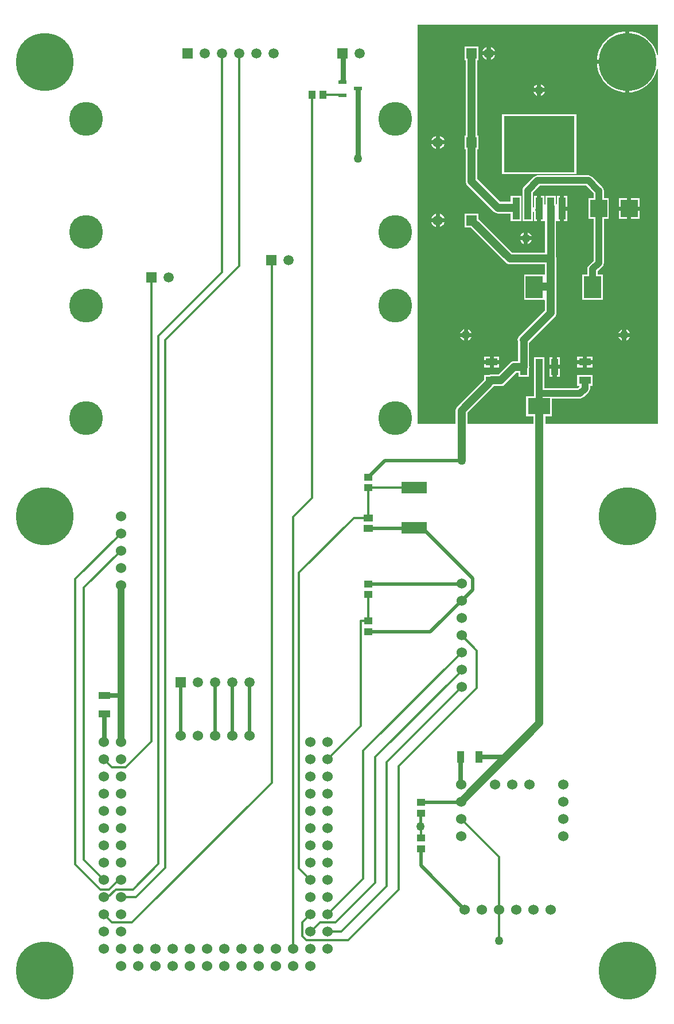
<source format=gtl>
G04*
G04 #@! TF.GenerationSoftware,Altium Limited,Altium Designer,18.1.7 (191)*
G04*
G04 Layer_Physical_Order=1*
G04 Layer_Color=255*
%FSLAX25Y25*%
%MOIN*%
G70*
G01*
G75*
%ADD14R,0.09843X0.12598*%
%ADD15R,0.04331X0.06693*%
%ADD16R,0.06693X0.04331*%
%ADD17R,0.03937X0.05118*%
%ADD18R,0.04528X0.02362*%
%ADD19R,0.12992X0.09449*%
%ADD20R,0.03937X0.09449*%
%ADD21R,0.09843X0.09843*%
%ADD22R,0.05118X0.03937*%
%ADD23R,0.14567X0.06693*%
%ADD24R,0.05512X0.04331*%
%ADD25R,0.04134X0.12598*%
%ADD26R,0.41142X0.32677*%
%ADD46C,0.03937*%
%ADD47C,0.04724*%
%ADD48C,0.01968*%
%ADD49C,0.02756*%
%ADD50C,0.03543*%
%ADD51C,0.01181*%
%ADD52C,0.03150*%
%ADD53C,0.04331*%
%ADD54C,0.33465*%
%ADD55C,0.19685*%
%ADD56R,0.05906X0.05906*%
%ADD57C,0.05906*%
%ADD58C,0.06000*%
%ADD59C,0.05000*%
G36*
X383858Y563089D02*
X383358Y563040D01*
X383236Y563654D01*
X382489Y565856D01*
X381461Y567940D01*
X380169Y569873D01*
X378637Y571621D01*
X376889Y573153D01*
X374956Y574445D01*
X372872Y575473D01*
X370671Y576220D01*
X368391Y576673D01*
X367252Y576748D01*
Y559055D01*
Y541362D01*
X368391Y541437D01*
X370671Y541890D01*
X372872Y542637D01*
X374956Y543666D01*
X376889Y544957D01*
X378637Y546490D01*
X380169Y548237D01*
X381461Y550170D01*
X382489Y552255D01*
X383236Y554456D01*
X383358Y555070D01*
X383858Y555021D01*
Y348917D01*
X318352D01*
Y353429D01*
X322260D01*
Y363712D01*
X338645D01*
X339420Y363814D01*
X340142Y364113D01*
X340762Y364589D01*
X343456Y367283D01*
X343932Y367903D01*
X344231Y368625D01*
X344333Y369400D01*
Y371055D01*
X345685D01*
Y377386D01*
X336992D01*
Y371055D01*
X338139D01*
X338260Y370555D01*
X337405Y369700D01*
X317818D01*
Y381988D01*
X317733Y382636D01*
Y387713D01*
X311795D01*
Y376264D01*
X311829D01*
Y364878D01*
X307268D01*
Y353429D01*
X311569D01*
Y348917D01*
X273076D01*
Y355296D01*
X288610Y370829D01*
X292524D01*
X293401Y370945D01*
X293740Y371085D01*
X294219Y371284D01*
X294922Y371823D01*
X301696Y378597D01*
X302740D01*
Y376264D01*
X308677D01*
Y380369D01*
X308984Y381111D01*
X309100Y381988D01*
X308984Y382866D01*
X308902Y383066D01*
Y396088D01*
X323855Y411041D01*
X323855Y411042D01*
X324394Y411744D01*
X324732Y412562D01*
X324790Y413001D01*
X324848Y413440D01*
X324848Y413440D01*
Y444882D01*
X324732Y445760D01*
X324650Y445960D01*
Y466458D01*
X325083Y466618D01*
X325149Y466618D01*
X326969D01*
Y473917D01*
Y481217D01*
X325083D01*
Y476478D01*
X324583Y476308D01*
X324524Y476385D01*
Y481217D01*
X318390D01*
Y476387D01*
X318331Y476310D01*
X317831Y476481D01*
Y481217D01*
X315945D01*
Y473917D01*
Y466618D01*
X317764D01*
X317831Y466618D01*
X318264Y466457D01*
Y448273D01*
X299141D01*
X279543Y467871D01*
Y470981D01*
X271638D01*
Y463075D01*
X274747D01*
X295339Y442484D01*
X296041Y441945D01*
X296859Y441606D01*
X297736Y441491D01*
X318066D01*
Y436048D01*
X317913Y435611D01*
X306071D01*
Y421013D01*
X317913D01*
X318066Y420576D01*
Y414844D01*
X303311Y400089D01*
X302772Y399387D01*
X302433Y398569D01*
X302318Y397691D01*
X302433Y396814D01*
X302516Y396613D01*
Y385380D01*
X300291D01*
X299414Y385264D01*
X298596Y384925D01*
X297894Y384386D01*
X291119Y377612D01*
X287205D01*
X286327Y377496D01*
X286061Y377386D01*
X282858D01*
Y374670D01*
X267287Y359099D01*
X266748Y358396D01*
X266550Y357917D01*
X266409Y357578D01*
X266294Y356701D01*
Y348917D01*
X244094D01*
Y580709D01*
X383858D01*
Y563089D01*
D02*
G37*
%LPC*%
G36*
X286693Y567766D02*
Y565158D01*
X289301D01*
X288965Y565970D01*
X288331Y566796D01*
X287506Y567429D01*
X286693Y567766D01*
D02*
G37*
G36*
X284331D02*
X283519Y567429D01*
X282693Y566796D01*
X282059Y565970D01*
X281723Y565158D01*
X284331D01*
Y567766D01*
D02*
G37*
G36*
X364890Y576748D02*
X363752Y576673D01*
X361472Y576220D01*
X359271Y575473D01*
X357186Y574445D01*
X355253Y573153D01*
X353506Y571621D01*
X351973Y569873D01*
X350682Y567940D01*
X349654Y565856D01*
X348906Y563654D01*
X348453Y561375D01*
X348378Y560236D01*
X364890D01*
Y576748D01*
D02*
G37*
G36*
X289301Y562795D02*
X286693D01*
Y560187D01*
X287506Y560524D01*
X288331Y561157D01*
X288965Y561983D01*
X289301Y562795D01*
D02*
G37*
G36*
X284331D02*
X281723D01*
X282059Y561983D01*
X282693Y561157D01*
X283519Y560524D01*
X284331Y560187D01*
Y562795D01*
D02*
G37*
G36*
X315945Y545937D02*
Y543819D01*
X318063D01*
X317821Y544403D01*
X317260Y545134D01*
X316529Y545695D01*
X315945Y545937D01*
D02*
G37*
G36*
X313583D02*
X312999Y545695D01*
X312268Y545134D01*
X311707Y544403D01*
X311465Y543819D01*
X313583D01*
Y545937D01*
D02*
G37*
G36*
X364890Y557874D02*
X348378D01*
X348453Y556736D01*
X348906Y554456D01*
X349654Y552255D01*
X350682Y550170D01*
X351973Y548237D01*
X353506Y546490D01*
X355253Y544957D01*
X357186Y543666D01*
X359271Y542637D01*
X361472Y541890D01*
X363752Y541437D01*
X364890Y541362D01*
Y557874D01*
D02*
G37*
G36*
X318063Y541456D02*
X315945D01*
Y539338D01*
X316529Y539580D01*
X317260Y540141D01*
X317821Y540872D01*
X318063Y541456D01*
D02*
G37*
G36*
X313583D02*
X311465D01*
X311707Y540872D01*
X312268Y540141D01*
X312999Y539580D01*
X313583Y539338D01*
Y541456D01*
D02*
G37*
G36*
X257086Y516092D02*
Y513484D01*
X259695D01*
X259358Y514297D01*
X258725Y515122D01*
X257899Y515756D01*
X257086Y516092D01*
D02*
G37*
G36*
X254724D02*
X253912Y515756D01*
X253086Y515122D01*
X252453Y514297D01*
X252116Y513484D01*
X254724D01*
Y516092D01*
D02*
G37*
G36*
X259695Y511122D02*
X257086D01*
Y508514D01*
X257899Y508851D01*
X258725Y509484D01*
X259358Y510310D01*
X259695Y511122D01*
D02*
G37*
G36*
X254724D02*
X252116D01*
X252453Y510310D01*
X253086Y509484D01*
X253912Y508851D01*
X254724Y508514D01*
Y511122D01*
D02*
G37*
G36*
X336335Y528461D02*
X293193D01*
Y493784D01*
X336335D01*
Y528461D01*
D02*
G37*
G36*
X331217Y481217D02*
X329331D01*
Y475099D01*
X331217D01*
Y481217D01*
D02*
G37*
G36*
X373047Y479839D02*
X368307D01*
Y475098D01*
X373047D01*
Y479839D01*
D02*
G37*
G36*
X365945D02*
X361205D01*
Y475098D01*
X365945D01*
Y479839D01*
D02*
G37*
G36*
X257086Y470817D02*
Y468209D01*
X259695D01*
X259358Y469021D01*
X258725Y469847D01*
X257899Y470480D01*
X257086Y470817D01*
D02*
G37*
G36*
X254724D02*
X253912Y470480D01*
X253086Y469847D01*
X252453Y469021D01*
X252116Y468209D01*
X254724D01*
Y470817D01*
D02*
G37*
G36*
X373047Y472736D02*
X368307D01*
Y467996D01*
X373047D01*
Y472736D01*
D02*
G37*
G36*
X365945D02*
X361205D01*
Y467996D01*
X365945D01*
Y472736D01*
D02*
G37*
G36*
X331217Y472736D02*
X329331D01*
Y466618D01*
X331217D01*
Y472736D01*
D02*
G37*
G36*
X279465Y567929D02*
X271559D01*
Y560024D01*
X272121D01*
Y538085D01*
X272199Y537488D01*
Y516256D01*
X271638D01*
Y508351D01*
X272199D01*
Y489739D01*
X272315Y488862D01*
X272455Y488523D01*
X272654Y488044D01*
X273193Y487341D01*
X288523Y472012D01*
X289225Y471473D01*
X290043Y471134D01*
X290920Y471018D01*
X298311D01*
Y466618D01*
X304445D01*
Y481217D01*
X298311D01*
Y477801D01*
X292325D01*
X278982Y491144D01*
Y508351D01*
X279543D01*
Y516256D01*
X278982D01*
Y538006D01*
X278982Y538006D01*
X278903Y538603D01*
Y560024D01*
X279465D01*
Y567929D01*
D02*
G37*
G36*
X259695Y465847D02*
X257086D01*
Y463238D01*
X257899Y463575D01*
X258725Y464209D01*
X259358Y465034D01*
X259695Y465847D01*
D02*
G37*
G36*
X254724D02*
X252116D01*
X252453Y465034D01*
X253086Y464209D01*
X253912Y463575D01*
X254724Y463238D01*
Y465847D01*
D02*
G37*
G36*
X308268Y459992D02*
Y457874D01*
X310386D01*
X310144Y458458D01*
X309583Y459189D01*
X308852Y459750D01*
X308268Y459992D01*
D02*
G37*
G36*
X305906D02*
X305322Y459750D01*
X304590Y459189D01*
X304029Y458458D01*
X303787Y457874D01*
X305906D01*
Y459992D01*
D02*
G37*
G36*
X310386Y455512D02*
X308268D01*
Y453394D01*
X308852Y453636D01*
X309583Y454197D01*
X310144Y454928D01*
X310386Y455512D01*
D02*
G37*
G36*
X305906D02*
X303787D01*
X304029Y454928D01*
X304590Y454197D01*
X305322Y453636D01*
X305906Y453394D01*
Y455512D01*
D02*
G37*
G36*
X343504Y493152D02*
X313881D01*
X313106Y493050D01*
X312384Y492751D01*
X311764Y492275D01*
X305954Y486464D01*
X305478Y485844D01*
X305179Y485122D01*
X305077Y484347D01*
X305077Y481289D01*
X305004Y481217D01*
X305004D01*
Y466618D01*
X311138D01*
Y471858D01*
X311638Y472085D01*
X311697Y472034D01*
Y466618D01*
X313583D01*
Y473917D01*
Y481217D01*
X311697D01*
Y474811D01*
X311638Y474760D01*
X311138Y474987D01*
Y481217D01*
X311065D01*
X311065Y483107D01*
X315121Y487163D01*
X342264D01*
X346415Y483012D01*
Y479839D01*
X343488D01*
Y467996D01*
X346415D01*
Y456344D01*
X346415Y456343D01*
Y443599D01*
X343765Y440949D01*
X343289Y440329D01*
X342990Y439606D01*
X342888Y438832D01*
Y435611D01*
X339961D01*
Y421013D01*
X351803D01*
Y435611D01*
X348876D01*
Y437591D01*
X351527Y440242D01*
X352002Y440862D01*
X352302Y441584D01*
X352404Y442359D01*
Y456342D01*
X352404Y456343D01*
Y467996D01*
X355331D01*
Y479839D01*
X352403D01*
Y484252D01*
X352403Y484254D01*
X352403Y484255D01*
X352353Y484635D01*
X352302Y485027D01*
X352301Y485029D01*
X352301Y485030D01*
X352151Y485389D01*
X352002Y485749D01*
X352002Y485750D01*
X352001Y485752D01*
X351761Y486063D01*
X351527Y486369D01*
X351525Y486370D01*
X351524Y486372D01*
X351429Y486467D01*
X351429Y486467D01*
X345621Y492275D01*
X345001Y492751D01*
X344279Y493050D01*
X343504Y493152D01*
D02*
G37*
G36*
X365354Y403890D02*
Y401772D01*
X367472D01*
X367231Y402356D01*
X366670Y403087D01*
X365938Y403648D01*
X365354Y403890D01*
D02*
G37*
G36*
X362992D02*
X362408Y403648D01*
X361677Y403087D01*
X361116Y402356D01*
X360874Y401772D01*
X362992D01*
Y403890D01*
D02*
G37*
G36*
X273380D02*
Y401772D01*
X275499D01*
X275257Y402356D01*
X274696Y403087D01*
X273965Y403648D01*
X273380Y403890D01*
D02*
G37*
G36*
X271018D02*
X270434Y403648D01*
X269703Y403087D01*
X269142Y402356D01*
X268900Y401772D01*
X271018D01*
Y403890D01*
D02*
G37*
G36*
X367472Y399409D02*
X365354D01*
Y397291D01*
X365938Y397533D01*
X366670Y398094D01*
X367231Y398825D01*
X367472Y399409D01*
D02*
G37*
G36*
X362992D02*
X360874D01*
X361116Y398825D01*
X361677Y398094D01*
X362408Y397533D01*
X362992Y397291D01*
Y399409D01*
D02*
G37*
G36*
X275499D02*
X273380D01*
Y397291D01*
X273965Y397533D01*
X274696Y398094D01*
X275257Y398825D01*
X275499Y399409D01*
D02*
G37*
G36*
X271018D02*
X268900D01*
X269142Y398825D01*
X269703Y398094D01*
X270434Y397533D01*
X271018Y397291D01*
Y399409D01*
D02*
G37*
G36*
X345685Y388016D02*
X342520D01*
Y386032D01*
X345685D01*
Y388016D01*
D02*
G37*
G36*
X340158D02*
X336992D01*
Y386032D01*
X340158D01*
Y388016D01*
D02*
G37*
G36*
X291551D02*
X288386D01*
Y386032D01*
X291551D01*
Y388016D01*
D02*
G37*
G36*
X286024D02*
X282858D01*
Y386032D01*
X286024D01*
Y388016D01*
D02*
G37*
G36*
X326787Y387713D02*
X325000D01*
Y383169D01*
X326787D01*
Y387713D01*
D02*
G37*
G36*
X322638D02*
X320850D01*
Y383169D01*
X322638D01*
Y387713D01*
D02*
G37*
G36*
X345685Y383669D02*
X342520D01*
Y381685D01*
X345685D01*
Y383669D01*
D02*
G37*
G36*
X340158D02*
X336992D01*
Y381685D01*
X340158D01*
Y383669D01*
D02*
G37*
G36*
X291551D02*
X288386D01*
Y381685D01*
X291551D01*
Y383669D01*
D02*
G37*
G36*
X286024D02*
X282858D01*
Y381685D01*
X286024D01*
Y383669D01*
D02*
G37*
G36*
X326787Y380807D02*
X325000D01*
Y376264D01*
X326787D01*
Y380807D01*
D02*
G37*
G36*
X322638D02*
X320850D01*
Y376264D01*
X322638D01*
Y380807D01*
D02*
G37*
%LPD*%
D14*
X345882Y428312D02*
D03*
X311992D02*
D03*
D15*
X279921Y155512D02*
D03*
X269291D02*
D03*
D16*
X62008Y191339D02*
D03*
Y180709D02*
D03*
X341339Y374220D02*
D03*
Y384851D02*
D03*
X287205Y374220D02*
D03*
Y384851D02*
D03*
D17*
X189173Y539806D02*
D03*
X182874D02*
D03*
D18*
X200630Y547244D02*
D03*
Y539764D02*
D03*
X209488Y543504D02*
D03*
D19*
X314764Y359154D02*
D03*
D20*
X305709Y381988D02*
D03*
X314764D02*
D03*
X323819D02*
D03*
D21*
X349410Y473917D02*
D03*
X367126D02*
D03*
D22*
X215551Y228150D02*
D03*
Y234449D02*
D03*
Y256102D02*
D03*
Y249803D02*
D03*
X246063Y102165D02*
D03*
Y108465D02*
D03*
Y129134D02*
D03*
Y122835D02*
D03*
X215551Y311811D02*
D03*
Y318110D02*
D03*
D23*
X242126Y288583D02*
D03*
Y311811D02*
D03*
D24*
X215551Y294291D02*
D03*
Y288386D02*
D03*
D25*
X301378Y473917D02*
D03*
X308071D02*
D03*
X314764D02*
D03*
X321457D02*
D03*
X328150D02*
D03*
D26*
X314764Y511122D02*
D03*
D46*
X349410Y456343D02*
Y473917D01*
X349410Y456343D02*
X349410Y456343D01*
X345882Y428312D02*
Y438832D01*
X349410Y442359D01*
Y456343D01*
X314824Y359154D02*
Y381988D01*
X314961Y366706D02*
X338645D01*
X341339Y369400D02*
Y374220D01*
X338645Y366706D02*
X341339Y369400D01*
X343504Y490158D02*
X349314Y484347D01*
X313881Y490158D02*
X343504D01*
X308071Y484347D02*
X313881Y490158D01*
X349314Y484347D02*
X349409Y484252D01*
Y473917D02*
Y484252D01*
X308071Y484347D02*
X308071Y473917D01*
X71851Y164173D02*
Y255276D01*
D47*
X366071Y282638D02*
X378866Y295433D01*
X366071Y18701D02*
X378866Y31496D01*
X14764Y559055D02*
X27559Y546260D01*
X14764Y31496D02*
X27559Y18701D01*
X314961Y175197D02*
Y358957D01*
X269528Y129764D02*
X314961Y175197D01*
X314764Y359154D02*
X314961Y358957D01*
X314764Y359154D02*
X314824D01*
X290920Y474409D02*
X300291D01*
X275591Y489739D02*
X290920Y474409D01*
X269685Y327756D02*
Y356701D01*
X321457Y413440D02*
Y444882D01*
X297736D02*
X321457D01*
X275591Y467028D02*
X297736Y444882D01*
X71693Y255433D02*
X71851Y255276D01*
X269685Y356701D02*
X287205Y374220D01*
X314847Y428494D02*
X321147D01*
X305709Y397691D02*
X321457Y413440D01*
X275591Y489739D02*
Y512303D01*
X300291Y381988D02*
X305709D01*
X292524Y374220D02*
X300291Y381988D01*
X287205Y374220D02*
X292524D01*
X275512Y538085D02*
Y563976D01*
Y538085D02*
X275591Y538006D01*
Y512303D02*
Y538006D01*
D48*
X251575Y228150D02*
X276124Y252698D01*
X271161Y67421D02*
X272146D01*
X246024Y92559D02*
Y102165D01*
X276124Y252698D02*
Y259310D01*
X246850Y288583D02*
X276124Y259310D01*
X242126Y288583D02*
X246850D01*
X215551Y228150D02*
X251575D01*
X215551Y288386D02*
X239173D01*
X246024Y102165D02*
X246063D01*
X246024Y92559D02*
X271161Y67421D01*
X246063Y129134D02*
X269528D01*
X225197Y327756D02*
X269685D01*
X215551Y318110D02*
X225197Y327756D01*
X215551Y256102D02*
X267717D01*
X146496Y168111D02*
Y198819D01*
X126496Y168111D02*
Y198819D01*
X136496Y168111D02*
Y198819D01*
X106496Y168111D02*
Y198819D01*
D49*
X269291Y139764D02*
Y155512D01*
X62008Y191339D02*
X71851D01*
X279921Y155512D02*
X295275D01*
X62008Y164331D02*
Y180709D01*
D50*
X314269Y473422D02*
X314764Y473917D01*
D51*
X159449Y140749D02*
Y443898D01*
X245924Y115157D02*
Y122835D01*
X246063Y108465D02*
Y122835D01*
X171824Y44173D02*
Y295012D01*
X159291Y443898D02*
X159449D01*
X45276Y258858D02*
X71772Y285354D01*
X45276Y93154D02*
Y258858D01*
Y93154D02*
X59666Y78764D01*
X64985D02*
X70394Y84174D01*
X59666Y78764D02*
X64985D01*
X50197Y253937D02*
X71693Y275433D01*
X50197Y95827D02*
Y253937D01*
Y95827D02*
X61851Y84174D01*
X171824Y295012D02*
X182874Y306063D01*
Y539764D01*
X171824Y44173D02*
X171851D01*
X179624Y49206D02*
X203734D01*
X177224Y51606D02*
X179624Y49206D01*
X175197Y90827D02*
Y262464D01*
X207024Y294291D02*
X215551D01*
X175197Y262464D02*
X207024Y294291D01*
X175197Y90827D02*
X181851Y84174D01*
X177224Y59547D02*
X181851Y64174D01*
X177224Y51606D02*
Y59547D01*
X189173Y539806D02*
X199481D01*
X200630Y547244D02*
Y548228D01*
X140433Y440630D02*
Y563976D01*
X97441Y397638D02*
X140433Y440630D01*
X130433Y436816D02*
Y563976D01*
X93504Y399887D02*
X130433Y436816D01*
X291654Y48806D02*
Y66929D01*
X269528Y119764D02*
X291654Y97638D01*
Y66929D02*
Y97638D01*
X181851Y54173D02*
X182126D01*
X278543Y195669D02*
Y217362D01*
X233268Y150394D02*
X278543Y195669D01*
X233268Y78740D02*
Y150394D01*
X269685Y226220D02*
X278543Y217362D01*
X203734Y49206D02*
X233268Y78740D01*
X226221Y80551D02*
Y152756D01*
X199843Y54173D02*
X226221Y80551D01*
X191851Y54173D02*
X199843D01*
X219488Y155512D02*
X269685Y205709D01*
X219488Y82677D02*
Y155512D01*
X196358Y59547D02*
X219488Y82677D01*
X187499Y59547D02*
X196358D01*
X182126Y54173D02*
X187499Y59547D01*
X68922Y78764D02*
X78764D01*
X64331Y74173D02*
X68922Y78764D01*
X61851Y74173D02*
X64331D01*
X70394Y84174D02*
X71851D01*
X89567Y164650D02*
Y434055D01*
X74424Y149506D02*
X89567Y164650D01*
X93504Y93504D02*
Y399887D01*
X78764Y78764D02*
X93504Y93504D01*
X97441Y91220D02*
Y397638D01*
X80394Y74173D02*
X97441Y91220D01*
X71851Y74173D02*
X80394D01*
X66518Y149506D02*
X74424D01*
X61851Y154174D02*
X66518Y149506D01*
X78284Y59583D02*
X159449Y140749D01*
X66441Y59583D02*
X78284D01*
X61851Y64174D02*
X66441Y59583D01*
X71693Y285433D02*
X71772Y285354D01*
X226221Y152756D02*
X269685Y196221D01*
X191851Y64174D02*
X212624Y84947D01*
Y159159D01*
X269685Y216220D01*
X245924Y122835D02*
X246063D01*
X211324Y234449D02*
X215551D01*
X211324Y173646D02*
Y234449D01*
X191851Y154174D02*
X211324Y173646D01*
X228824Y311811D02*
X242126D01*
X228824Y311811D02*
X228824Y311811D01*
X215551Y311811D02*
X228824D01*
X215551Y294291D02*
Y311811D01*
Y234449D02*
Y249803D01*
D52*
X200724Y548322D02*
Y563976D01*
X209488Y503110D02*
Y542637D01*
X200630Y548228D02*
X200724Y548322D01*
D53*
X321457Y473917D02*
Y475394D01*
Y444882D02*
Y473917D01*
X305709Y381988D02*
Y397691D01*
D54*
X27559Y31496D02*
D03*
Y295275D02*
D03*
Y559055D02*
D03*
X366071Y31496D02*
D03*
Y295433D02*
D03*
Y559055D02*
D03*
D55*
X51339Y417540D02*
D03*
Y352146D02*
D03*
X231142Y417540D02*
D03*
Y352146D02*
D03*
X51339Y460414D02*
D03*
Y525808D02*
D03*
X231142Y460414D02*
D03*
Y525808D02*
D03*
D56*
X200630Y563976D02*
D03*
X106496Y198819D02*
D03*
X275591Y512303D02*
D03*
Y467028D02*
D03*
X275512Y563976D02*
D03*
X110433D02*
D03*
X159291Y443898D02*
D03*
X89567Y434055D02*
D03*
D57*
X210630Y563976D02*
D03*
X116496Y198819D02*
D03*
X126496D02*
D03*
X136496D02*
D03*
X146496D02*
D03*
X255905Y512303D02*
D03*
Y467028D02*
D03*
X285512Y563976D02*
D03*
X160433D02*
D03*
X150433D02*
D03*
X140433D02*
D03*
X130433D02*
D03*
X120433D02*
D03*
X169291Y443898D02*
D03*
X99567Y434055D02*
D03*
D58*
X269685Y196221D02*
D03*
Y206221D02*
D03*
Y216220D02*
D03*
Y226220D02*
D03*
Y236221D02*
D03*
Y246220D02*
D03*
Y256221D02*
D03*
X269528Y139764D02*
D03*
Y129764D02*
D03*
Y119764D02*
D03*
Y109764D02*
D03*
X328898D02*
D03*
Y119764D02*
D03*
Y129764D02*
D03*
Y139764D02*
D03*
X289213D02*
D03*
X299213D02*
D03*
X309213D02*
D03*
X321654Y66929D02*
D03*
X311654D02*
D03*
X301654D02*
D03*
X291654D02*
D03*
X281654D02*
D03*
X271654D02*
D03*
X106496Y168111D02*
D03*
X116496D02*
D03*
X126496D02*
D03*
X136496D02*
D03*
X146496D02*
D03*
X61851Y164173D02*
D03*
X71851D02*
D03*
Y154174D02*
D03*
Y144174D02*
D03*
Y134174D02*
D03*
Y124173D02*
D03*
Y114173D02*
D03*
Y104174D02*
D03*
Y94174D02*
D03*
Y84174D02*
D03*
Y74173D02*
D03*
Y64174D02*
D03*
Y54173D02*
D03*
Y34174D02*
D03*
X61851Y154174D02*
D03*
Y144174D02*
D03*
Y134174D02*
D03*
Y124173D02*
D03*
Y114173D02*
D03*
Y104174D02*
D03*
Y94174D02*
D03*
Y84174D02*
D03*
Y74173D02*
D03*
Y64174D02*
D03*
Y54173D02*
D03*
Y44173D02*
D03*
X71851D02*
D03*
X81851D02*
D03*
X91851D02*
D03*
X101851D02*
D03*
X111851D02*
D03*
X121851D02*
D03*
X131851D02*
D03*
X141851D02*
D03*
X151851D02*
D03*
X161851D02*
D03*
X171851D02*
D03*
X181851D02*
D03*
X191851D02*
D03*
X181851Y54173D02*
D03*
Y64174D02*
D03*
Y74173D02*
D03*
Y84174D02*
D03*
Y94174D02*
D03*
Y104174D02*
D03*
Y114173D02*
D03*
Y124173D02*
D03*
Y134174D02*
D03*
Y144174D02*
D03*
Y154174D02*
D03*
X191851Y54173D02*
D03*
Y64174D02*
D03*
Y74173D02*
D03*
Y84174D02*
D03*
Y94174D02*
D03*
Y104174D02*
D03*
Y114173D02*
D03*
Y124173D02*
D03*
Y134174D02*
D03*
Y144174D02*
D03*
Y154174D02*
D03*
X181851Y34174D02*
D03*
Y164173D02*
D03*
X191851D02*
D03*
X171851Y34174D02*
D03*
X161851D02*
D03*
X151851D02*
D03*
X141851D02*
D03*
X131851D02*
D03*
X121851D02*
D03*
X111851D02*
D03*
X101851D02*
D03*
X91851D02*
D03*
X81851D02*
D03*
X71693Y295433D02*
D03*
Y285433D02*
D03*
Y275433D02*
D03*
Y265433D02*
D03*
Y255433D02*
D03*
D59*
X14764Y31496D02*
D03*
X27559Y18701D02*
D03*
Y44291D02*
D03*
X40354Y31496D02*
D03*
X27559Y282480D02*
D03*
X14764Y295275D02*
D03*
X27559Y308071D02*
D03*
X40354Y295275D02*
D03*
X14764Y559055D02*
D03*
X27559Y546260D02*
D03*
Y571850D02*
D03*
X40354Y559055D02*
D03*
X353276Y31496D02*
D03*
X366071Y18701D02*
D03*
Y44291D02*
D03*
X378866Y31496D02*
D03*
X353276Y295433D02*
D03*
X366071Y282638D02*
D03*
X378866Y295433D02*
D03*
X272199Y400591D02*
D03*
X307087Y456693D02*
D03*
X314764Y542637D02*
D03*
X366071Y308228D02*
D03*
X364173Y400591D02*
D03*
X353276Y559055D02*
D03*
X366071Y546260D02*
D03*
Y571850D02*
D03*
X378866Y559055D02*
D03*
X209488Y503110D02*
D03*
X291654Y48806D02*
D03*
X245924Y115157D02*
D03*
X269685Y327756D02*
D03*
M02*

</source>
